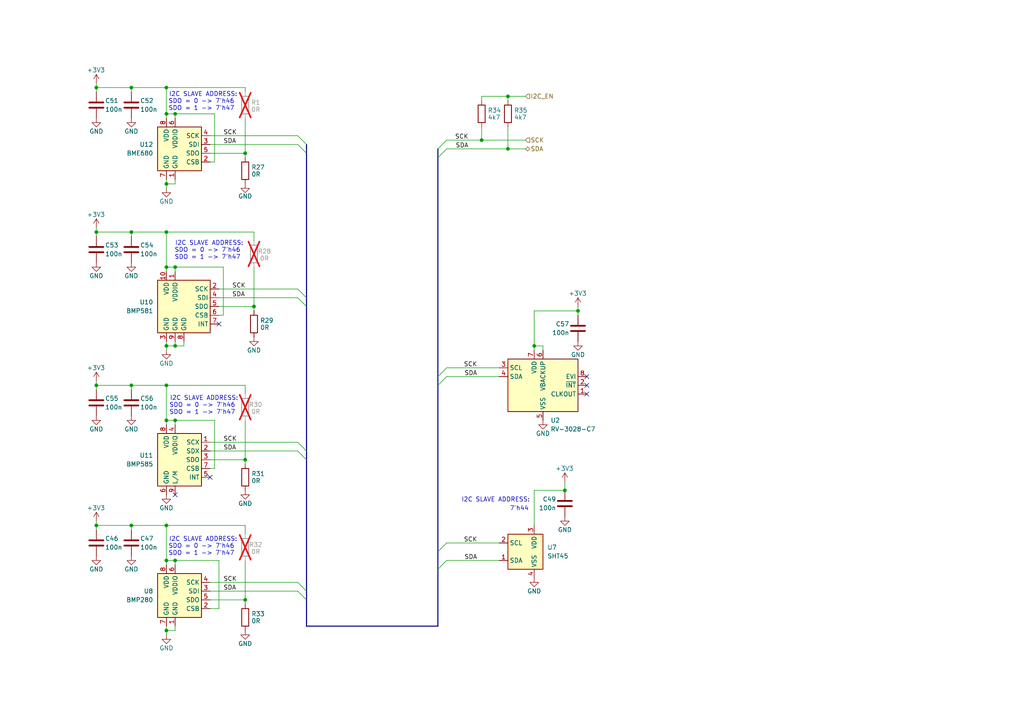
<source format=kicad_sch>
(kicad_sch (version 20231120) (generator "eeschema") (generator_version "8.0")
  (paper "A4")
  (lib_symbols
    (symbol "Device:C" (pin_numbers hide) (pin_names (offset 0.254))
      (property "Reference" "C" (at 0.635 2.54 0))
      (property "Value" "C" (at 0.635 -2.54 0))
      (symbol "C_0_1"
        (polyline (pts (xy -2.032 -0.762) (xy 2.032 -0.762)) (stroke (width 0.508)))
        (polyline (pts (xy -2.032 0.762) (xy 2.032 0.762)) (stroke (width 0.508)))
      )
      (symbol "C_1_1"
        (pin passive line (at 0 3.81 270) (length 2.794) (name "~") (number "1"))
        (pin passive line (at 0 -3.81 90) (length 2.794) (name "~") (number "2"))
      )
    )
    (symbol "Device:R" (pin_numbers hide) (pin_names (offset 0))
      (property "Reference" "R" (at 2.032 0 90))
      (property "Value" "R" (at 0 0 90))
      (symbol "R_0_1"
        (rectangle (start -1.016 -2.54) (end 1.016 2.54) (stroke (width 0.254)))
      )
      (symbol "R_1_1"
        (pin passive line (at 0 3.81 270) (length 1.27) (name "~") (number "1"))
        (pin passive line (at 0 -3.81 90) (length 1.27) (name "~") (number "2"))
      )
    )
    (symbol "PrjLib:BME680"
      (property "Reference" "U" (at 0 1.27 0))
      (property "Value" "BME680" (at 1.27 -13.97 0))
      (symbol "BME680_0_1"
        (rectangle (start 0 0) (end 12.7 -12.7) (stroke (width 0.254)) (fill (type background)))
      )
      (symbol "BME680_1_1"
        (pin power_in line (at 7.62 -15.24 90) (length 2.54) (name "GND") (number "1"))
        (pin input line (at -2.54 -10.16 0) (length 2.54) (name "CSB") (number "2"))
        (pin bidirectional line (at -2.54 -5.08 0) (length 2.54) (name "SDI") (number "3"))
        (pin input line (at -2.54 -2.54 0) (length 2.54) (name "SCK") (number "4"))
        (pin bidirectional line (at -2.54 -7.62 0) (length 2.54) (name "SDO") (number "5"))
        (pin power_in line (at 7.62 2.54 270) (length 2.54) (name "VDDIO") (number "6"))
        (pin power_in line (at 10.16 -15.24 90) (length 2.54) (name "GND") (number "7"))
        (pin power_in line (at 10.16 2.54 270) (length 2.54) (name "VDD") (number "8"))
      )
    )
    (symbol "PrjLib:BMP581"
      (property "Reference" "U" (at 1.27 -16.51 0))
      (property "Value" "BMP581" (at 3.81 1.27 0))
      (symbol "BMP581_0_1"
        (rectangle (start 0 0) (end 15.24 -15.24) (stroke (width 0.254)) (fill (type background)))
      )
      (symbol "BMP581_1_1"
        (pin power_in line (at 10.16 2.54 270) (length 2.54) (name "VDDIO") (number "1"))
        (pin power_in line (at 12.7 2.54 270) (length 2.54) (name "VDD") (number "10"))
        (pin input line (at -2.54 -2.54 0) (length 2.54) (name "SCK") (number "2"))
        (pin power_in line (at 12.7 -17.78 90) (length 2.54) (name "GND") (number "3"))
        (pin bidirectional line (at -2.54 -5.08 0) (length 2.54) (name "SDI") (number "4"))
        (pin bidirectional line (at -2.54 -7.62 0) (length 2.54) (name "SDO") (number "5"))
        (pin input line (at -2.54 -10.16 0) (length 2.54) (name "CSB") (number "6"))
        (pin power_in line (at -2.54 -12.7 0) (length 2.54) (name "INT") (number "7"))
        (pin power_in line (at 7.62 -17.78 90) (length 2.54) (name "GND") (number "8"))
        (pin power_in line (at 10.16 -17.78 90) (length 2.54) (name "GND") (number "9"))
      )
    )
    (symbol "PrjLib:BMP585"
      (property "Reference" "U" (at 0.635 1.905 0))
      (property "Value" "BMP585" (at 13.97 -11.43 90))
      (symbol "BMP585_0_1"
        (rectangle (start 0 0) (end 12.7 -15.24) (stroke (width 0.254)) (fill (type background)))
      )
      (symbol "BMP585_1_1"
        (pin input line (at -2.54 -2.54 0) (length 2.54) (name "SCX") (number "1"))
        (pin bidirectional line (at -2.54 -5.08 0) (length 2.54) (name "SDX") (number "2"))
        (pin bidirectional line (at -2.54 -7.62 0) (length 2.54) (name "SDO") (number "3"))
        (pin power_in line (at 7.62 2.54 270) (length 2.54) (name "VDDIO") (number "4"))
        (pin power_in line (at -2.54 -12.7 0) (length 2.54) (name "INT") (number "5"))
        (pin power_in line (at 10.16 -17.78 90) (length 2.54) (name "GND") (number "6"))
        (pin input line (at -2.54 -10.16 0) (length 2.54) (name "CSB") (number "7"))
        (pin power_in line (at 10.16 2.54 270) (length 2.54) (name "VDD") (number "8"))
        (pin power_in line (at 7.62 -17.78 90) (length 2.54) (name "L/M") (number "9"))
      )
    )
    (symbol "PrjLib:RV-3028-C7"
      (property "Reference" "U" (at 1.27 1.27 0))
      (property "Value" "RV-3028-C7" (at 17.78 1.27 0))
      (symbol "RV-3028-C7_0_1"
        (rectangle (start 20.32 0) (end 0 -15.24) (stroke (width 0.254)) (fill (type background)))
      )
      (symbol "RV-3028-C7_1_1"
        (pin open_collector line (at 22.86 -10.16 180) (length 2.54) (name "CLKOUT") (number "1"))
        (pin open_collector line (at 22.86 -7.62 180) (length 2.54) (name "~{INT}") (number "2"))
        (pin input line (at -2.54 -2.54 0) (length 2.54) (name "SCL") (number "3"))
        (pin bidirectional line (at -2.54 -5.08 0) (length 2.54) (name "SDA") (number "4"))
        (pin power_in line (at 10.16 -17.78 90) (length 2.54) (name "VSS") (number "5"))
        (pin power_in line (at 10.16 2.54 270) (length 2.54) (name "VBACKUP") (number "6"))
        (pin power_in line (at 7.62 2.54 270) (length 2.54) (name "VDD") (number "7"))
        (pin open_collector line (at 22.86 -5.08 180) (length 2.54) (name "EVI") (number "8"))
      )
    )
    (symbol "Sensor_Humidity:SHT4x"
      (property "Reference" "U" (at 0 8.89 0))
      (property "Value" "SHT4x" (at 0 6.35 0))
      (symbol "SHT4x_1_1"
        (rectangle (start -5.08 5.08) (end 5.08 -5.08) (stroke (width 0.254)) (fill (type background)))
        (pin bidirectional line (at -7.62 -2.54 0) (length 2.54) (name "SDA") (number "1"))
        (pin input line (at -7.62 2.54 0) (length 2.54) (name "SCL") (number "2"))
        (pin power_in line (at 2.54 7.62 270) (length 2.54) (name "VDD") (number "3"))
        (pin power_in line (at 2.54 -7.62 90) (length 2.54) (name "VSS") (number "4"))
      )
    )
    (symbol "Sensor_Pressure:BMP280"
      (property "Reference" "U" (at -7.62 10.16 0))
      (property "Value" "BMP280" (at 5.08 10.16 0))
      (symbol "BMP280_0_1"
        (rectangle (start -7.62 -5.08) (end 5.08 7.62) (stroke (width 0.254)) (fill (type background)))
      )
      (symbol "BMP280_1_1"
        (pin power_in line (at 0 -7.62 90) (length 2.54) (name "GND") (number "1"))
        (pin input line (at -10.16 -2.54 0) (length 2.54) (name "CSB") (number "2"))
        (pin bidirectional line (at -10.16 2.54 0) (length 2.54) (name "SDI") (number "3"))
        (pin input line (at -10.16 5.08 0) (length 2.54) (name "SCK") (number "4"))
        (pin bidirectional line (at -10.16 0 0) (length 2.54) (name "SDO") (number "5"))
        (pin power_in line (at 0 10.16 270) (length 2.54) (name "VDDIO") (number "6"))
        (pin power_in line (at 2.54 -7.62 90) (length 2.54) (name "GND") (number "7"))
        (pin power_in line (at 2.54 10.16 270) (length 2.54) (name "VDD") (number "8"))
      )
    )
    (symbol "power:+3V3" (power) (pin_names (offset 0))
      (property "Value" "+3V3" (at 0 3.556 0))
      (symbol "+3V3_0_1"
        (polyline (pts (xy -0.762 1.27) (xy 0 2.54)))
        (polyline (pts (xy 0 0) (xy 0 2.54)))
        (polyline (pts (xy 0 2.54) (xy 0.762 1.27)))
      )
      (symbol "+3V3_1_1"
        (pin power_in line (at 0 0 90) (length 0) hide (name "+3V3") (number "1"))
      )
    )
    (symbol "power:GND" (power) (pin_names (offset 0))
      (property "Value" "GND" (at 0 -3.81 0))
      (symbol "GND_0_1"
        (polyline (pts (xy 0 0) (xy 0 -1.27) (xy 1.27 -1.27) (xy 0 -2.54) (xy -1.27 -1.27) (xy 0 -1.27)))
      )
      (symbol "GND_1_1"
        (pin power_in line (at 0 0 270) (length 0) hide (name "GND") (number "1"))
      )
    )
  )
  (junction (at 38.1 111.76))
  (junction (at 27.94 111.76))
  (junction (at 50.8 77.47))
  (junction (at 73.66 88.9))
  (junction (at 139.7 40.64))
  (junction (at 71.12 133.35))
  (junction (at 50.8 162.56))
  (junction (at 48.26 162.56))
  (junction (at 147.32 43.18))
  (junction (at 167.64 90.17))
  (junction (at 38.1 25.4))
  (junction (at 163.83 142.24))
  (junction (at 48.26 25.4))
  (junction (at 48.26 152.4))
  (junction (at 50.8 121.92))
  (junction (at 50.8 100.33))
  (junction (at 50.8 33.02))
  (junction (at 38.1 67.31))
  (junction (at 48.26 33.02))
  (junction (at 147.32 27.94))
  (junction (at 27.94 67.31))
  (junction (at 48.26 100.33))
  (junction (at 48.26 182.88))
  (junction (at 48.26 111.76))
  (junction (at 48.26 121.92))
  (junction (at 154.94 100.33))
  (junction (at 71.12 44.45))
  (junction (at 71.12 173.99))
  (junction (at 27.94 152.4))
  (junction (at 48.26 53.34))
  (junction (at 48.26 77.47))
  (junction (at 48.26 67.31))
  (junction (at 38.1 152.4))
  (junction (at 27.94 25.4))
  (no_connect (at 50.8 143.51))
  (no_connect (at 60.96 138.43))
  (no_connect (at 170.18 114.3))
  (no_connect (at 63.5 93.98))
  (no_connect (at 170.18 111.76))
  (no_connect (at 170.18 109.22))
  (bus_entry (at 127 160.02) (size 2.54 -2.54))
  (bus_entry (at 86.36 86.36) (size 2.54 2.54))
  (bus_entry (at 127 43.18) (size 2.54 -2.54))
  (bus_entry (at 86.36 83.82) (size 2.54 2.54))
  (bus_entry (at 127 45.72) (size 2.54 -2.54))
  (bus_entry (at 86.36 171.45) (size 2.54 2.54))
  (bus_entry (at 86.36 41.91) (size 2.54 2.54))
  (bus_entry (at 86.36 128.27) (size 2.54 2.54))
  (bus_entry (at 127 111.76) (size 2.54 -2.54))
  (bus_entry (at 86.36 39.37) (size 2.54 2.54))
  (bus_entry (at 127 109.22) (size 2.54 -2.54))
  (bus_entry (at 86.36 168.91) (size 2.54 2.54))
  (bus_entry (at 127 165.1) (size 2.54 -2.54))
  (bus_entry (at 86.36 130.81) (size 2.54 2.54))
  (wire (pts (xy 144.78 157.48) (xy 129.54 157.48)))
  (wire (pts (xy 48.26 163.83) (xy 48.26 162.56)))
  (wire (pts (xy 167.64 90.17) (xy 167.64 91.44)))
  (wire (pts (xy 147.32 27.94) (xy 147.32 29.21)))
  (wire (pts (xy 154.94 101.6) (xy 154.94 100.33)))
  (wire (pts (xy 144.78 162.56) (xy 129.54 162.56)))
  (wire (pts (xy 62.23 46.99) (xy 60.96 46.99)))
  (wire (pts (xy 60.96 133.35) (xy 71.12 133.35)))
  (wire (pts (xy 48.26 162.56) (xy 50.8 162.56)))
  (wire (pts (xy 48.26 182.88) (xy 48.26 181.61)))
  (wire (pts (xy 50.8 53.34) (xy 48.26 53.34)))
  (wire (pts (xy 48.26 100.33) (xy 48.26 101.6)))
  (wire (pts (xy 71.12 133.35) (xy 71.12 134.62)))
  (wire (pts (xy 48.26 53.34) (xy 48.26 52.07)))
  (wire (pts (xy 154.94 90.17) (xy 167.64 90.17)))
  (wire (pts (xy 64.77 91.44) (xy 63.5 91.44)))
  (wire (pts (xy 50.8 99.06) (xy 50.8 100.33)))
  (wire (pts (xy 71.12 26.67) (xy 71.12 25.4)))
  (wire (pts (xy 63.5 162.56) (xy 63.5 176.53)))
  (wire (pts (xy 50.8 52.07) (xy 50.8 53.34)))
  (wire (pts (xy 60.96 168.91) (xy 86.36 168.91)))
  (wire (pts (xy 63.5 88.9) (xy 73.66 88.9)))
  (wire (pts (xy 50.8 100.33) (xy 48.26 100.33)))
  (wire (pts (xy 144.78 106.68) (xy 129.54 106.68)))
  (wire (pts (xy 50.8 33.02) (xy 50.8 34.29)))
  (wire (pts (xy 154.94 142.24) (xy 163.83 142.24)))
  (wire (pts (xy 60.96 171.45) (xy 86.36 171.45)))
  (wire (pts (xy 48.26 111.76) (xy 71.12 111.76)))
  (wire (pts (xy 73.66 67.31) (xy 48.26 67.31)))
  (wire (pts (xy 144.78 109.22) (xy 129.54 109.22)))
  (wire (pts (xy 154.94 152.4) (xy 154.94 142.24)))
  (wire (pts (xy 50.8 33.02) (xy 62.23 33.02)))
  (wire (pts (xy 27.94 152.4) (xy 38.1 152.4)))
  (wire (pts (xy 73.66 69.85) (xy 73.66 67.31)))
  (wire (pts (xy 60.96 128.27) (xy 86.36 128.27)))
  (wire (pts (xy 48.26 152.4) (xy 71.12 152.4)))
  (bus (pts (xy 88.9 88.9) (xy 88.9 130.81)))
  (wire (pts (xy 38.1 152.4) (xy 38.1 153.67)))
  (wire (pts (xy 48.26 33.02) (xy 50.8 33.02)))
  (wire (pts (xy 48.26 33.02) (xy 48.26 25.4)))
  (wire (pts (xy 139.7 29.21) (xy 139.7 27.94)))
  (wire (pts (xy 64.77 77.47) (xy 64.77 91.44)))
  (wire (pts (xy 167.64 88.9) (xy 167.64 90.17)))
  (wire (pts (xy 163.83 139.7) (xy 163.83 142.24)))
  (wire (pts (xy 62.23 33.02) (xy 62.23 46.99)))
  (wire (pts (xy 38.1 67.31) (xy 38.1 68.58)))
  (wire (pts (xy 50.8 77.47) (xy 64.77 77.47)))
  (wire (pts (xy 48.26 184.15) (xy 48.26 182.88)))
  (wire (pts (xy 71.12 34.29) (xy 71.12 44.45)))
  (wire (pts (xy 60.96 41.91) (xy 86.36 41.91)))
  (wire (pts (xy 38.1 152.4) (xy 48.26 152.4)))
  (bus (pts (xy 127 181.61) (xy 127 165.1)))
  (wire (pts (xy 63.5 86.36) (xy 86.36 86.36)))
  (wire (pts (xy 38.1 25.4) (xy 38.1 26.67)))
  (wire (pts (xy 48.26 152.4) (xy 48.26 162.56)))
  (wire (pts (xy 139.7 27.94) (xy 147.32 27.94)))
  (wire (pts (xy 60.96 130.81) (xy 86.36 130.81)))
  (wire (pts (xy 50.8 181.61) (xy 50.8 182.88)))
  (wire (pts (xy 48.26 77.47) (xy 48.26 67.31)))
  (wire (pts (xy 27.94 25.4) (xy 27.94 26.67)))
  (bus (pts (xy 88.9 130.81) (xy 88.9 133.35)))
  (wire (pts (xy 129.54 43.18) (xy 147.32 43.18)))
  (wire (pts (xy 71.12 121.92) (xy 71.12 133.35)))
  (bus (pts (xy 88.9 133.35) (xy 88.9 171.45)))
  (wire (pts (xy 50.8 121.92) (xy 62.23 121.92)))
  (bus (pts (xy 88.9 171.45) (xy 88.9 173.99)))
  (wire (pts (xy 48.26 121.92) (xy 48.26 123.19)))
  (wire (pts (xy 27.94 24.13) (xy 27.94 25.4)))
  (wire (pts (xy 147.32 36.83) (xy 147.32 43.18)))
  (wire (pts (xy 48.26 25.4) (xy 38.1 25.4)))
  (wire (pts (xy 154.94 100.33) (xy 154.94 90.17)))
  (bus (pts (xy 88.9 181.61) (xy 127 181.61)))
  (wire (pts (xy 27.94 152.4) (xy 27.94 153.67)))
  (wire (pts (xy 38.1 111.76) (xy 38.1 113.03)))
  (wire (pts (xy 60.96 39.37) (xy 86.36 39.37)))
  (wire (pts (xy 50.8 77.47) (xy 48.26 77.47)))
  (bus (pts (xy 127 45.72) (xy 127 43.18)))
  (wire (pts (xy 48.26 25.4) (xy 71.12 25.4)))
  (wire (pts (xy 27.94 111.76) (xy 27.94 113.03)))
  (wire (pts (xy 147.32 27.94) (xy 152.4 27.94)))
  (wire (pts (xy 53.34 100.33) (xy 50.8 100.33)))
  (wire (pts (xy 27.94 67.31) (xy 38.1 67.31)))
  (wire (pts (xy 48.26 78.74) (xy 48.26 77.47)))
  (wire (pts (xy 48.26 33.02) (xy 48.26 34.29)))
  (wire (pts (xy 50.8 78.74) (xy 50.8 77.47)))
  (wire (pts (xy 53.34 99.06) (xy 53.34 100.33)))
  (wire (pts (xy 73.66 88.9) (xy 73.66 90.17)))
  (bus (pts (xy 127 111.76) (xy 127 160.02)))
  (wire (pts (xy 27.94 151.13) (xy 27.94 152.4)))
  (wire (pts (xy 62.23 135.89) (xy 62.23 121.92)))
  (wire (pts (xy 27.94 67.31) (xy 27.94 68.58)))
  (wire (pts (xy 50.8 162.56) (xy 50.8 163.83)))
  (wire (pts (xy 60.96 44.45) (xy 71.12 44.45)))
  (wire (pts (xy 27.94 111.76) (xy 38.1 111.76)))
  (wire (pts (xy 48.26 99.06) (xy 48.26 100.33)))
  (wire (pts (xy 27.94 66.04) (xy 27.94 67.31)))
  (wire (pts (xy 48.26 121.92) (xy 48.26 111.76)))
  (wire (pts (xy 154.94 100.33) (xy 157.48 100.33)))
  (wire (pts (xy 38.1 111.76) (xy 48.26 111.76)))
  (bus (pts (xy 127 165.1) (xy 127 160.02)))
  (wire (pts (xy 139.7 36.83) (xy 139.7 40.64)))
  (wire (pts (xy 48.26 121.92) (xy 50.8 121.92)))
  (bus (pts (xy 88.9 41.91) (xy 88.9 44.45)))
  (wire (pts (xy 48.26 67.31) (xy 38.1 67.31)))
  (bus (pts (xy 88.9 44.45) (xy 88.9 86.36)))
  (wire (pts (xy 60.96 173.99) (xy 71.12 173.99)))
  (wire (pts (xy 50.8 121.92) (xy 50.8 123.19)))
  (wire (pts (xy 71.12 114.3) (xy 71.12 111.76)))
  (wire (pts (xy 139.7 40.64) (xy 152.4 40.64)))
  (wire (pts (xy 71.12 162.56) (xy 71.12 173.99)))
  (wire (pts (xy 71.12 173.99) (xy 71.12 175.26)))
  (bus (pts (xy 88.9 86.36) (xy 88.9 88.9)))
  (wire (pts (xy 50.8 162.56) (xy 63.5 162.56)))
  (wire (pts (xy 60.96 135.89) (xy 62.23 135.89)))
  (wire (pts (xy 48.26 53.34) (xy 48.26 54.61)))
  (bus (pts (xy 127 109.22) (xy 127 111.76)))
  (wire (pts (xy 129.54 40.64) (xy 139.7 40.64)))
  (wire (pts (xy 27.94 25.4) (xy 38.1 25.4)))
  (wire (pts (xy 48.26 182.88) (xy 50.8 182.88)))
  (wire (pts (xy 63.5 176.53) (xy 60.96 176.53)))
  (wire (pts (xy 27.94 110.49) (xy 27.94 111.76)))
  (wire (pts (xy 73.66 77.47) (xy 73.66 88.9)))
  (wire (pts (xy 63.5 83.82) (xy 86.36 83.82)))
  (wire (pts (xy 147.32 43.18) (xy 152.4 43.18)))
  (wire (pts (xy 157.48 101.6) (xy 157.48 100.33)))
  (wire (pts (xy 71.12 154.94) (xy 71.12 152.4)))
  (wire (pts (xy 71.12 44.45) (xy 71.12 45.72)))
  (bus (pts (xy 88.9 173.99) (xy 88.9 181.61)))
  (bus (pts (xy 127 45.72) (xy 127 109.22)))
  (text "7'h44\n" (at 150.622 147.574 0) (effects (font (size 1.27 1.27))))
  (text "SDO = 0 -> 7'h46\nSDO = 1 -> 7'h47" (at 60.198 73.66 0) (effects (font (size 1.27 1.27))))
  (text "I2C SLAVE ADDRESS:" (at 58.928 156.464 0) (effects (font (size 1.27 1.27))))
  (text "I2C SLAVE ADDRESS:" (at 60.706 70.612 0) (effects (font (size 1.27 1.27))))
  (text "I2C SLAVE ADDRESS:" (at 143.764 145.034 0) (effects (font (size 1.27 1.27))))
  (text "SDO = 0 -> 7'h46\nSDO = 1 -> 7'h47" (at 58.42 159.512 0) (effects (font (size 1.27 1.27))))
  (text "SDO = 0 -> 7'h46\nSDO = 1 -> 7'h47" (at 58.674 118.618 0) (effects (font (size 1.27 1.27))))
  (text "I2C SLAVE ADDRESS:" (at 58.928 27.432 0) (effects (font (size 1.27 1.27))))
  (text "I2C SLAVE ADDRESS:" (at 59.182 115.57 0) (effects (font (size 1.27 1.27))))
  (text "SDO = 0 -> 7'h46\nSDO = 1 -> 7'h47" (at 58.42 30.48 0) (effects (font (size 1.27 1.27))))
  (label "SCK" (at 64.77 128.27 0))
  (label "SCK" (at 67.31 83.82 0))
  (label "SCK" (at 64.77 39.37 0))
  (label "SDA" (at 138.43 109.22 180))
  (label "SCK" (at 64.77 168.91 0))
  (label "SCK" (at 138.43 106.68 180))
  (label "SCK" (at 138.43 157.48 180))
  (label "SCK" (at 135.89 40.64 180))
  (label "SDA" (at 64.77 171.45 0))
  (label "SDA" (at 135.89 43.18 180))
  (label "SDA" (at 138.43 162.56 180))
  (label "SDA" (at 64.77 41.91 0))
  (label "SDA" (at 64.77 130.81 0))
  (label "SDA" (at 67.31 86.36 0))
  (hierarchical_label "I2C_EN" (shape input) (at 152.4 27.94 0))
  (hierarchical_label "SCK" (shape input) (at 152.4 40.64 0))
  (hierarchical_label "SDA" (shape bidirectional) (at 152.4 43.18 0))
  (symbol (lib_id "Device:R") (at 73.66 73.66 180) (unit 1) (dnp yes)
    (property "Reference" "R28" (at 76.708 72.898 0))
    (property "Value" "0R" (at 76.708 74.93 0))
    (property "Footprint" "Resistor_SMD:R_0402_1005Metric" (effects (hide yes)))
    (property "Description" "Resistor" (effects (hide yes)))
  )
  (symbol (lib_id "power:+3V3") (at 27.94 24.13 0) (mirror y) (unit 1)
    (property "Reference" "#PWR087" (effects (hide yes)))
    (property "Value" "+3V3" (at 30.48 20.32 0) (effects (justify left)))
  )
  (symbol (lib_id "Device:C") (at 38.1 157.48 0) (unit 1)
    (property "Reference" "C47" (at 40.64 156.21 0) (effects (justify left)))
    (property "Value" "100n" (at 40.64 158.75 0) (effects (justify left)))
    (property "Footprint" "Capacitor_SMD:C_0402_1005Metric" (effects (hide yes)))
  )
  (symbol (lib_id "PrjLib:BMP581") (at 60.96 81.28 0) (mirror y) (unit 1)
    (property "Reference" "U10" (at 44.45 87.6299 0) (effects (justify left)))
    (property "Value" "BMP581" (at 44.45 90.1699 0) (effects (justify left)))
    (property "Footprint" "prj_footprint:BMP581" (effects (hide yes)))
    (property "Datasheet" "https://www.bosch-sensortec.com/media/boschsensortec/downloads/datasheets/bst-bmp581-ds004.pdf" (effects (hide yes)))
    (property "Description" "Absolute Barometric Pressure Sensor" (effects (hide yes)))
  )
  (symbol (lib_id "Device:C") (at 27.94 116.84 0) (unit 1)
    (property "Reference" "C55" (at 30.48 115.57 0) (effects (justify left)))
    (property "Value" "100n" (at 30.48 118.11 0) (effects (justify left)))
    (property "Footprint" "Capacitor_SMD:C_0402_1005Metric" (effects (hide yes)))
  )
  (symbol (lib_id "power:GND") (at 48.26 54.61 0) (unit 1)
    (property "Reference" "#PWR085" (effects (hide yes)))
    (property "Value" "GND" (at 48.26 58.42 0))
  )
  (symbol (lib_id "power:GND") (at 38.1 76.2 0) (unit 1)
    (property "Reference" "#PWR094" (effects (hide yes)))
    (property "Value" "GND" (at 38.1 80.01 0))
  )
  (symbol (lib_id "power:GND") (at 73.66 97.79 0) (unit 1)
    (property "Reference" "#PWR0100" (effects (hide yes)))
    (property "Value" "GND" (at 73.66 101.6 0))
  )
  (symbol (lib_id "Sensor_Pressure:BMP280") (at 50.8 173.99 0) (mirror y) (unit 1)
    (property "Reference" "U8" (at 44.45 171.4499 0) (effects (justify left)))
    (property "Value" "BMP280" (at 44.45 173.9899 0) (effects (justify left)))
    (property "Footprint" "Package_LGA:Bosch_LGA-8_2x2.5mm_P0.65mm_ClockwisePinNumbering" (effects (hide yes)))
    (property "Datasheet" "https://ae-bst.resource.bosch.com/media/_tech/media/datasheets/BST-BMP280-DS001.pdf" (effects (hide yes)))
    (property "Description" "Absolute Barometric Pressure Sensor, LGA-8" (effects (hide yes)))
  )
  (symbol (lib_id "power:GND") (at 71.12 53.34 0) (unit 1)
    (property "Reference" "#PWR091" (effects (hide yes)))
    (property "Value" "GND" (at 71.12 56.896 0))
    (property "Description" "Power symbol creates a global label with name \"GND\" , ground" (effects (hide yes)))
  )
  (symbol (lib_id "PrjLib:BMP585") (at 58.42 125.73 0) (mirror y) (unit 1)
    (property "Reference" "U11" (at 44.45 132.0799 0) (effects (justify left)))
    (property "Value" "BMP585" (at 44.45 134.6199 0) (effects (justify left)))
    (property "Footprint" "prj_footprint:BMP585" (effects (hide yes)))
    (property "Datasheet" "https://eu.mouser.com/datasheet/2/783/bst_bmp585_ds003-3240059.pdf" (effects (hide yes)))
    (property "Description" "Absolute Barometric Pressure Sensor" (effects (hide yes)))
  )
  (symbol (lib_id "Device:C") (at 163.83 146.05 0) (mirror y) (unit 1)
    (property "Reference" "C49" (at 161.29 144.78 0) (effects (justify left)))
    (property "Value" "100n" (at 161.29 147.32 0) (effects (justify left)))
    (property "Footprint" "Capacitor_SMD:C_0402_1005Metric" (effects (hide yes)))
  )
  (symbol (lib_id "Device:R") (at 71.12 179.07 0) (unit 1)
    (property "Reference" "R33" (at 72.898 178.054 0) (effects (justify left)))
    (property "Value" "0R" (at 72.898 180.086 0) (effects (justify left)))
    (property "Footprint" "Resistor_SMD:R_0402_1005Metric" (effects (hide yes)))
    (property "Description" "Resistor" (effects (hide yes)))
  )
  (symbol (lib_id "power:GND") (at 154.94 167.64 0) (mirror y) (unit 1)
    (property "Reference" "#PWR082" (effects (hide yes)))
    (property "Value" "GND" (at 154.94 171.45 0))
  )
  (symbol (lib_id "Device:C") (at 38.1 72.39 0) (unit 1)
    (property "Reference" "C54" (at 40.64 71.12 0) (effects (justify left)))
    (property "Value" "100n" (at 40.64 73.66 0) (effects (justify left)))
    (property "Footprint" "Capacitor_SMD:C_0402_1005Metric" (effects (hide yes)))
  )
  (symbol (lib_id "Device:C") (at 38.1 116.84 0) (unit 1)
    (property "Reference" "C56" (at 40.64 115.57 0) (effects (justify left)))
    (property "Value" "100n" (at 40.64 118.11 0) (effects (justify left)))
    (property "Footprint" "Capacitor_SMD:C_0402_1005Metric" (effects (hide yes)))
  )
  (symbol (lib_id "Device:R") (at 71.12 138.43 0) (unit 1)
    (property "Reference" "R31" (at 72.898 137.414 0) (effects (justify left)))
    (property "Value" "0R" (at 72.898 139.446 0) (effects (justify left)))
    (property "Footprint" "Resistor_SMD:R_0402_1005Metric" (effects (hide yes)))
    (property "Description" "Resistor" (effects (hide yes)))
  )
  (symbol (lib_id "power:GND") (at 38.1 34.29 0) (unit 1)
    (property "Reference" "#PWR089" (effects (hide yes)))
    (property "Value" "GND" (at 38.1 38.1 0))
  )
  (symbol (lib_id "power:GND") (at 38.1 161.29 0) (unit 1)
    (property "Reference" "#PWR080" (effects (hide yes)))
    (property "Value" "GND" (at 38.1 165.1 0))
  )
  (symbol (lib_id "power:GND") (at 71.12 142.24 0) (unit 1)
    (property "Reference" "#PWR0101" (effects (hide yes)))
    (property "Value" "GND" (at 71.12 146.05 0))
  )
  (symbol (lib_id "Device:R") (at 71.12 49.53 0) (unit 1)
    (property "Reference" "R27" (at 72.898 48.514 0) (effects (justify left)))
    (property "Value" "0R" (at 72.898 50.546 0) (effects (justify left)))
    (property "Footprint" "Resistor_SMD:R_0402_1005Metric" (effects (hide yes)))
    (property "Description" "Resistor" (effects (hide yes)))
  )
  (symbol (lib_id "power:GND") (at 27.94 120.65 0) (unit 1)
    (property "Reference" "#PWR097" (effects (hide yes)))
    (property "Value" "GND" (at 27.94 124.46 0))
  )
  (symbol (lib_id "power:GND") (at 38.1 120.65 0) (unit 1)
    (property "Reference" "#PWR098" (effects (hide yes)))
    (property "Value" "GND" (at 38.1 124.46 0))
  )
  (symbol (lib_id "power:+3V3") (at 163.83 139.7 0) (mirror y) (unit 1)
    (property "Reference" "#PWR083" (effects (hide yes)))
    (property "Value" "+3V3" (at 166.37 135.89 0) (effects (justify left)))
  )
  (symbol (lib_id "Device:R") (at 71.12 30.48 180) (unit 1) (dnp yes)
    (property "Reference" "R1" (at 74.168 29.718 0))
    (property "Value" "0R" (at 74.168 31.75 0))
    (property "Footprint" "Resistor_SMD:R_0402_1005Metric" (effects (hide yes)))
    (property "Description" "Resistor" (effects (hide yes)))
  )
  (symbol (lib_id "power:GND") (at 27.94 161.29 0) (unit 1)
    (property "Reference" "#PWR079" (effects (hide yes)))
    (property "Value" "GND" (at 27.94 165.1 0))
  )
  (symbol (lib_id "Device:R") (at 147.32 33.02 0) (unit 1)
    (property "Reference" "R35" (at 149.098 32.004 0) (effects (justify left)))
    (property "Value" "4k7" (at 149.098 34.036 0) (effects (justify left)))
    (property "Footprint" "Resistor_SMD:R_0402_1005Metric" (effects (hide yes)))
    (property "Description" "Resistor" (effects (hide yes)))
  )
  (symbol (lib_id "power:+3V3") (at 167.64 88.9 0) (mirror y) (unit 1)
    (property "Reference" "#PWR096" (effects (hide yes)))
    (property "Value" "+3V3" (at 170.18 85.09 0) (effects (justify left)))
  )
  (symbol (lib_id "Device:R") (at 71.12 158.75 180) (unit 1) (dnp yes)
    (property "Reference" "R32" (at 74.168 157.988 0))
    (property "Value" "0R" (at 74.168 160.02 0))
    (property "Footprint" "Resistor_SMD:R_0402_1005Metric" (effects (hide yes)))
    (property "Description" "Resistor" (effects (hide yes)))
  )
  (symbol (lib_id "PrjLib:BME680") (at 58.42 36.83 0) (mirror y) (unit 1)
    (property "Reference" "U12" (at 44.45 41.9099 0) (effects (justify left)))
    (property "Value" "BME680" (at 44.45 44.4499 0) (effects (justify left)))
    (property "Footprint" "Package_LGA:Bosch_LGA-8_3x3mm_P0.8mm_ClockwisePinNumbering" (effects (hide yes)))
    (property "Datasheet" "https://ae-bst.resource.bosch.com/media/_tech/media/datasheets" (effects (hide yes)))
    (property "Description" "4-in-1 sensor, gas, humidity, pressure, temperature, I2C and SPI interface, 1.71-3.6V, LGA-8" (effects (hide yes)))
  )
  (symbol (lib_id "Device:R") (at 71.12 118.11 180) (unit 1) (dnp yes)
    (property "Reference" "R30" (at 74.168 117.348 0))
    (property "Value" "0R" (at 74.168 119.38 0))
    (property "Footprint" "Resistor_SMD:R_0402_1005Metric" (effects (hide yes)))
    (property "Description" "Resistor" (effects (hide yes)))
  )
  (symbol (lib_id "Device:C") (at 27.94 72.39 0) (unit 1)
    (property "Reference" "C53" (at 30.48 71.12 0) (effects (justify left)))
    (property "Value" "100n" (at 30.48 73.66 0) (effects (justify left)))
    (property "Footprint" "Capacitor_SMD:C_0402_1005Metric" (effects (hide yes)))
  )
  (symbol (lib_id "power:GND") (at 48.26 184.15 0) (unit 1)
    (property "Reference" "#PWR081" (effects (hide yes)))
    (property "Value" "GND" (at 48.26 187.96 0))
  )
  (symbol (lib_id "Device:C") (at 38.1 30.48 0) (unit 1)
    (property "Reference" "C52" (at 40.64 29.21 0) (effects (justify left)))
    (property "Value" "100n" (at 40.64 31.75 0) (effects (justify left)))
    (property "Footprint" "Capacitor_SMD:C_0402_1005Metric" (effects (hide yes)))
  )
  (symbol (lib_id "power:GND") (at 27.94 76.2 0) (unit 1)
    (property "Reference" "#PWR093" (effects (hide yes)))
    (property "Value" "GND" (at 27.94 80.01 0))
  )
  (symbol (lib_id "Sensor_Humidity:SHT4x") (at 152.4 160.02 0) (unit 1)
    (property "Reference" "U7" (at 158.75 158.7499 0) (effects (justify left)))
    (property "Value" "SHT45" (at 158.75 161.2899 0) (effects (justify left)))
    (property "Footprint" "Sensor_Humidity:Sensirion_DFN-4_1.5x1.5mm_P0.8mm_SHT4x_NoCentralPad" (effects (hide yes)))
    (property "Datasheet" "https://sensirion.com/media/documents/33FD6951/624C4357/Datasheet_SHT4x.pdf" (effects (hide yes)))
    (property "Description" "Digital Humidity and Temperature Sensor, +/-1%RH, +/-0.1degC, I2C, 1.08-3.6V, 16bit, DFN-4" (effects (hide yes)))
  )
  (symbol (lib_id "power:GND") (at 27.94 34.29 0) (unit 1)
    (property "Reference" "#PWR088" (effects (hide yes)))
    (property "Value" "GND" (at 27.94 38.1 0))
  )
  (symbol (lib_id "Device:C") (at 167.64 95.25 0) (mirror y) (unit 1)
    (property "Reference" "C57" (at 165.1 93.98 0) (effects (justify left)))
    (property "Value" "100n" (at 165.1 96.52 0) (effects (justify left)))
    (property "Footprint" "Capacitor_SMD:C_0402_1005Metric" (effects (hide yes)))
  )
  (symbol (lib_id "Device:C") (at 27.94 30.48 0) (unit 1)
    (property "Reference" "C51" (at 30.48 29.21 0) (effects (justify left)))
    (property "Value" "100n" (at 30.48 31.75 0) (effects (justify left)))
    (property "Footprint" "Capacitor_SMD:C_0402_1005Metric" (effects (hide yes)))
  )
  (symbol (lib_id "Device:R") (at 73.66 93.98 0) (unit 1)
    (property "Reference" "R29" (at 75.438 92.964 0) (effects (justify left)))
    (property "Value" "0R" (at 75.438 94.996 0) (effects (justify left)))
    (property "Footprint" "Resistor_SMD:R_0402_1005Metric" (effects (hide yes)))
    (property "Description" "Resistor" (effects (hide yes)))
  )
  (symbol (lib_id "PrjLib:RV-3028-C7") (at 147.32 104.14 0) (unit 1)
    (property "Reference" "U2" (at 159.6741 121.92 0) (effects (justify left)))
    (property "Value" "RV-3028-C7" (at 159.6741 124.46 0) (effects (justify left)))
    (property "Footprint" "prj_footprint:RV-3028-C7" (effects (hide yes)))
    (property "Datasheet" "https://www.microcrystal.com/fileadmin/Media/Products/RTC/Datasheet/RV-3028-C7.pdf" (effects (hide yes)))
    (property "Description" "Real-Time Clock Module " (effects (hide yes)))
  )
  (symbol (lib_id "power:GND") (at 48.26 101.6 0) (unit 1)
    (property "Reference" "#PWR095" (effects (hide yes)))
    (property "Value" "GND" (at 48.26 105.41 0))
  )
  (symbol (lib_id "power:GND") (at 167.64 99.06 0) (mirror y) (unit 1)
    (property "Reference" "#PWR0102" (effects (hide yes)))
    (property "Value" "GND" (at 167.64 102.87 0))
  )
  (symbol (lib_id "power:GND") (at 163.83 149.86 0) (mirror y) (unit 1)
    (property "Reference" "#PWR084" (effects (hide yes)))
    (property "Value" "GND" (at 163.83 153.67 0))
  )
  (symbol (lib_id "power:+3V3") (at 27.94 110.49 0) (mirror y) (unit 1)
    (property "Reference" "#PWR092" (effects (hide yes)))
    (property "Value" "+3V3" (at 30.48 106.68 0) (effects (justify left)))
  )
  (symbol (lib_id "power:GND") (at 48.26 143.51 0) (unit 1)
    (property "Reference" "#PWR099" (effects (hide yes)))
    (property "Value" "GND" (at 48.26 147.32 0))
  )
  (symbol (lib_id "power:+3V3") (at 27.94 66.04 0) (mirror y) (unit 1)
    (property "Reference" "#PWR090" (effects (hide yes)))
    (property "Value" "+3V3" (at 30.48 62.23 0) (effects (justify left)))
  )
  (symbol (lib_id "power:GND") (at 157.48 121.92 0) (mirror y) (unit 1)
    (property "Reference" "#PWR077" (effects (hide yes)))
    (property "Value" "GND" (at 157.48 125.73 0))
  )
  (symbol (lib_id "power:+3V3") (at 27.94 151.13 0) (mirror y) (unit 1)
    (property "Reference" "#PWR075" (effects (hide yes)))
    (property "Value" "+3V3" (at 30.48 147.32 0) (effects (justify left)))
  )
  (symbol (lib_id "Device:C") (at 27.94 157.48 0) (unit 1)
    (property "Reference" "C46" (at 30.48 156.21 0) (effects (justify left)))
    (property "Value" "100n" (at 30.48 158.75 0) (effects (justify left)))
    (property "Footprint" "Capacitor_SMD:C_0402_1005Metric" (effects (hide yes)))
  )
  (symbol (lib_id "power:GND") (at 71.12 182.88 0) (unit 1)
    (property "Reference" "#PWR086" (effects (hide yes)))
    (property "Value" "GND" (at 71.12 186.69 0))
  )
  (symbol (lib_id "Device:R") (at 139.7 33.02 0) (unit 1)
    (property "Reference" "R34" (at 141.478 32.004 0) (effects (justify left)))
    (property "Value" "4k7" (at 141.478 34.036 0) (effects (justify left)))
    (property "Footprint" "Resistor_SMD:R_0402_1005Metric" (effects (hide yes)))
    (property "Description" "Resistor" (effects (hide yes)))
  )
)
</source>
